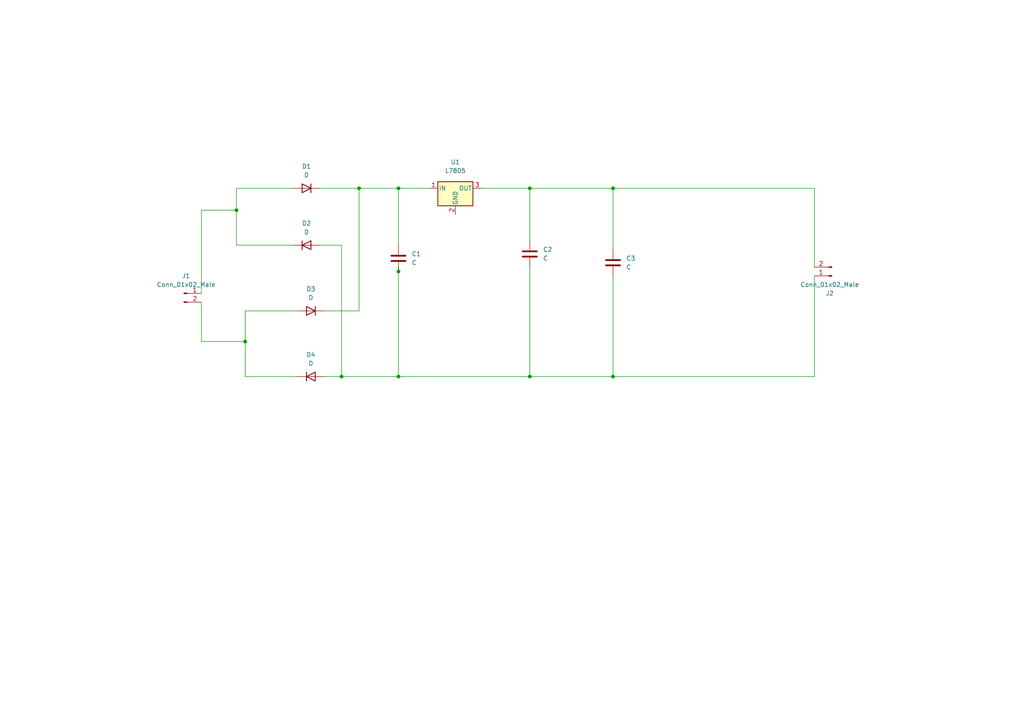
<source format=kicad_sch>
(kicad_sch (version 20211123) (generator eeschema)

  (uuid 192111be-efc4-4884-aab9-8618387f367e)

  (paper "A4")

  (lib_symbols
    (symbol "Connector:Conn_01x02_Male" (pin_names (offset 1.016) hide) (in_bom yes) (on_board yes)
      (property "Reference" "J" (id 0) (at 0 2.54 0)
        (effects (font (size 1.27 1.27)))
      )
      (property "Value" "Conn_01x02_Male" (id 1) (at 0 -5.08 0)
        (effects (font (size 1.27 1.27)))
      )
      (property "Footprint" "" (id 2) (at 0 0 0)
        (effects (font (size 1.27 1.27)) hide)
      )
      (property "Datasheet" "~" (id 3) (at 0 0 0)
        (effects (font (size 1.27 1.27)) hide)
      )
      (property "ki_keywords" "connector" (id 4) (at 0 0 0)
        (effects (font (size 1.27 1.27)) hide)
      )
      (property "ki_description" "Generic connector, single row, 01x02, script generated (kicad-library-utils/schlib/autogen/connector/)" (id 5) (at 0 0 0)
        (effects (font (size 1.27 1.27)) hide)
      )
      (property "ki_fp_filters" "Connector*:*_1x??_*" (id 6) (at 0 0 0)
        (effects (font (size 1.27 1.27)) hide)
      )
      (symbol "Conn_01x02_Male_1_1"
        (polyline
          (pts
            (xy 1.27 -2.54)
            (xy 0.8636 -2.54)
          )
          (stroke (width 0.1524) (type default) (color 0 0 0 0))
          (fill (type none))
        )
        (polyline
          (pts
            (xy 1.27 0)
            (xy 0.8636 0)
          )
          (stroke (width 0.1524) (type default) (color 0 0 0 0))
          (fill (type none))
        )
        (rectangle (start 0.8636 -2.413) (end 0 -2.667)
          (stroke (width 0.1524) (type default) (color 0 0 0 0))
          (fill (type outline))
        )
        (rectangle (start 0.8636 0.127) (end 0 -0.127)
          (stroke (width 0.1524) (type default) (color 0 0 0 0))
          (fill (type outline))
        )
        (pin passive line (at 5.08 0 180) (length 3.81)
          (name "Pin_1" (effects (font (size 1.27 1.27))))
          (number "1" (effects (font (size 1.27 1.27))))
        )
        (pin passive line (at 5.08 -2.54 180) (length 3.81)
          (name "Pin_2" (effects (font (size 1.27 1.27))))
          (number "2" (effects (font (size 1.27 1.27))))
        )
      )
    )
    (symbol "Device:C" (pin_numbers hide) (pin_names (offset 0.254)) (in_bom yes) (on_board yes)
      (property "Reference" "C" (id 0) (at 0.635 2.54 0)
        (effects (font (size 1.27 1.27)) (justify left))
      )
      (property "Value" "C" (id 1) (at 0.635 -2.54 0)
        (effects (font (size 1.27 1.27)) (justify left))
      )
      (property "Footprint" "" (id 2) (at 0.9652 -3.81 0)
        (effects (font (size 1.27 1.27)) hide)
      )
      (property "Datasheet" "~" (id 3) (at 0 0 0)
        (effects (font (size 1.27 1.27)) hide)
      )
      (property "ki_keywords" "cap capacitor" (id 4) (at 0 0 0)
        (effects (font (size 1.27 1.27)) hide)
      )
      (property "ki_description" "Unpolarized capacitor" (id 5) (at 0 0 0)
        (effects (font (size 1.27 1.27)) hide)
      )
      (property "ki_fp_filters" "C_*" (id 6) (at 0 0 0)
        (effects (font (size 1.27 1.27)) hide)
      )
      (symbol "C_0_1"
        (polyline
          (pts
            (xy -2.032 -0.762)
            (xy 2.032 -0.762)
          )
          (stroke (width 0.508) (type default) (color 0 0 0 0))
          (fill (type none))
        )
        (polyline
          (pts
            (xy -2.032 0.762)
            (xy 2.032 0.762)
          )
          (stroke (width 0.508) (type default) (color 0 0 0 0))
          (fill (type none))
        )
      )
      (symbol "C_1_1"
        (pin passive line (at 0 3.81 270) (length 2.794)
          (name "~" (effects (font (size 1.27 1.27))))
          (number "1" (effects (font (size 1.27 1.27))))
        )
        (pin passive line (at 0 -3.81 90) (length 2.794)
          (name "~" (effects (font (size 1.27 1.27))))
          (number "2" (effects (font (size 1.27 1.27))))
        )
      )
    )
    (symbol "Device:D" (pin_numbers hide) (pin_names (offset 1.016) hide) (in_bom yes) (on_board yes)
      (property "Reference" "D" (id 0) (at 0 2.54 0)
        (effects (font (size 1.27 1.27)))
      )
      (property "Value" "D" (id 1) (at 0 -2.54 0)
        (effects (font (size 1.27 1.27)))
      )
      (property "Footprint" "" (id 2) (at 0 0 0)
        (effects (font (size 1.27 1.27)) hide)
      )
      (property "Datasheet" "~" (id 3) (at 0 0 0)
        (effects (font (size 1.27 1.27)) hide)
      )
      (property "ki_keywords" "diode" (id 4) (at 0 0 0)
        (effects (font (size 1.27 1.27)) hide)
      )
      (property "ki_description" "Diode" (id 5) (at 0 0 0)
        (effects (font (size 1.27 1.27)) hide)
      )
      (property "ki_fp_filters" "TO-???* *_Diode_* *SingleDiode* D_*" (id 6) (at 0 0 0)
        (effects (font (size 1.27 1.27)) hide)
      )
      (symbol "D_0_1"
        (polyline
          (pts
            (xy -1.27 1.27)
            (xy -1.27 -1.27)
          )
          (stroke (width 0.254) (type default) (color 0 0 0 0))
          (fill (type none))
        )
        (polyline
          (pts
            (xy 1.27 0)
            (xy -1.27 0)
          )
          (stroke (width 0) (type default) (color 0 0 0 0))
          (fill (type none))
        )
        (polyline
          (pts
            (xy 1.27 1.27)
            (xy 1.27 -1.27)
            (xy -1.27 0)
            (xy 1.27 1.27)
          )
          (stroke (width 0.254) (type default) (color 0 0 0 0))
          (fill (type none))
        )
      )
      (symbol "D_1_1"
        (pin passive line (at -3.81 0 0) (length 2.54)
          (name "K" (effects (font (size 1.27 1.27))))
          (number "1" (effects (font (size 1.27 1.27))))
        )
        (pin passive line (at 3.81 0 180) (length 2.54)
          (name "A" (effects (font (size 1.27 1.27))))
          (number "2" (effects (font (size 1.27 1.27))))
        )
      )
    )
    (symbol "Regulator_Linear:L7805" (pin_names (offset 0.254)) (in_bom yes) (on_board yes)
      (property "Reference" "U" (id 0) (at -3.81 3.175 0)
        (effects (font (size 1.27 1.27)))
      )
      (property "Value" "L7805" (id 1) (at 0 3.175 0)
        (effects (font (size 1.27 1.27)) (justify left))
      )
      (property "Footprint" "" (id 2) (at 0.635 -3.81 0)
        (effects (font (size 1.27 1.27) italic) (justify left) hide)
      )
      (property "Datasheet" "http://www.st.com/content/ccc/resource/technical/document/datasheet/41/4f/b3/b0/12/d4/47/88/CD00000444.pdf/files/CD00000444.pdf/jcr:content/translations/en.CD00000444.pdf" (id 3) (at 0 -1.27 0)
        (effects (font (size 1.27 1.27)) hide)
      )
      (property "ki_keywords" "Voltage Regulator 1.5A Positive" (id 4) (at 0 0 0)
        (effects (font (size 1.27 1.27)) hide)
      )
      (property "ki_description" "Positive 1.5A 35V Linear Regulator, Fixed Output 5V, TO-220/TO-263/TO-252" (id 5) (at 0 0 0)
        (effects (font (size 1.27 1.27)) hide)
      )
      (property "ki_fp_filters" "TO?252* TO?263* TO?220*" (id 6) (at 0 0 0)
        (effects (font (size 1.27 1.27)) hide)
      )
      (symbol "L7805_0_1"
        (rectangle (start -5.08 1.905) (end 5.08 -5.08)
          (stroke (width 0.254) (type default) (color 0 0 0 0))
          (fill (type background))
        )
      )
      (symbol "L7805_1_1"
        (pin power_in line (at -7.62 0 0) (length 2.54)
          (name "IN" (effects (font (size 1.27 1.27))))
          (number "1" (effects (font (size 1.27 1.27))))
        )
        (pin power_in line (at 0 -7.62 90) (length 2.54)
          (name "GND" (effects (font (size 1.27 1.27))))
          (number "2" (effects (font (size 1.27 1.27))))
        )
        (pin power_out line (at 7.62 0 180) (length 2.54)
          (name "OUT" (effects (font (size 1.27 1.27))))
          (number "3" (effects (font (size 1.27 1.27))))
        )
      )
    )
  )

  (junction (at 99.06 109.22) (diameter 0) (color 0 0 0 0)
    (uuid 41efe625-30c2-4c4a-8a6c-5633bcf099f2)
  )
  (junction (at 115.57 78.74) (diameter 0) (color 0 0 0 0)
    (uuid 46ba2958-721a-468f-a23b-0d558f1fa565)
  )
  (junction (at 71.12 99.06) (diameter 0) (color 0 0 0 0)
    (uuid 6f46e92b-0fc6-46d5-8163-59d6c27d27a4)
  )
  (junction (at 115.57 54.61) (diameter 0) (color 0 0 0 0)
    (uuid 76a31939-60c5-4d3d-8372-0edf42081d55)
  )
  (junction (at 104.14 54.61) (diameter 0) (color 0 0 0 0)
    (uuid 9517335d-a825-4784-9dff-57858a85bdf3)
  )
  (junction (at 177.8 109.22) (diameter 0) (color 0 0 0 0)
    (uuid 9bcc1f01-1c6a-40d1-ab8f-5c83ebe07c23)
  )
  (junction (at 153.67 54.61) (diameter 0) (color 0 0 0 0)
    (uuid a1f784b0-4c42-4626-86d7-c66c09c90136)
  )
  (junction (at 115.57 109.22) (diameter 0) (color 0 0 0 0)
    (uuid a6d434e4-9c87-44ef-9fb5-b19dfeccca60)
  )
  (junction (at 68.58 60.96) (diameter 0) (color 0 0 0 0)
    (uuid aacc2303-c431-43d4-a976-ef40744b1c83)
  )
  (junction (at 153.67 109.22) (diameter 0) (color 0 0 0 0)
    (uuid d0d02691-1de4-4c7c-b2fe-5c3ec081c3c3)
  )
  (junction (at 177.8 54.61) (diameter 0) (color 0 0 0 0)
    (uuid ed36d356-0f41-4ecb-9ff1-9cadd5d05dc2)
  )

  (wire (pts (xy 236.22 77.47) (xy 236.22 54.61))
    (stroke (width 0) (type default) (color 0 0 0 0))
    (uuid 0470f85d-ac17-4980-ac1e-30cf52efe075)
  )
  (wire (pts (xy 153.67 54.61) (xy 153.67 69.85))
    (stroke (width 0) (type default) (color 0 0 0 0))
    (uuid 223f1ed3-cef5-4da1-9498-a82908afc241)
  )
  (wire (pts (xy 71.12 99.06) (xy 71.12 90.17))
    (stroke (width 0) (type default) (color 0 0 0 0))
    (uuid 26ea36d8-251e-45d8-9e70-3ee526ea12ea)
  )
  (wire (pts (xy 153.67 77.47) (xy 153.67 109.22))
    (stroke (width 0) (type default) (color 0 0 0 0))
    (uuid 36eb271d-45d7-4600-a3ae-22ea5e629725)
  )
  (wire (pts (xy 115.57 77.47) (xy 115.57 78.74))
    (stroke (width 0) (type default) (color 0 0 0 0))
    (uuid 392b2efa-2a54-4de6-aeb3-6ea217bb7640)
  )
  (wire (pts (xy 104.14 54.61) (xy 115.57 54.61))
    (stroke (width 0) (type default) (color 0 0 0 0))
    (uuid 3e3c5f3f-e2bc-4ea3-aa66-5315c0dca7a3)
  )
  (wire (pts (xy 92.71 71.12) (xy 99.06 71.12))
    (stroke (width 0) (type default) (color 0 0 0 0))
    (uuid 40a1b992-2987-4478-90a4-8bc24b2f9163)
  )
  (wire (pts (xy 115.57 78.74) (xy 115.57 109.22))
    (stroke (width 0) (type default) (color 0 0 0 0))
    (uuid 4d9bb2d8-1fbe-4642-b6d9-b8c67f581ee9)
  )
  (wire (pts (xy 236.22 109.22) (xy 236.22 80.01))
    (stroke (width 0) (type default) (color 0 0 0 0))
    (uuid 533adf65-9613-4e4b-b9be-13b1e73c26ec)
  )
  (wire (pts (xy 153.67 54.61) (xy 139.7 54.61))
    (stroke (width 0) (type default) (color 0 0 0 0))
    (uuid 6210a7ff-9eb3-4e4c-ad4c-954b350555b4)
  )
  (wire (pts (xy 115.57 71.12) (xy 115.57 54.61))
    (stroke (width 0) (type default) (color 0 0 0 0))
    (uuid 624278bc-6e4a-47ca-9896-8b6d93a914bc)
  )
  (wire (pts (xy 115.57 54.61) (xy 124.46 54.61))
    (stroke (width 0) (type default) (color 0 0 0 0))
    (uuid 63e49557-9eff-41fe-b02a-85916d0b3a8e)
  )
  (wire (pts (xy 177.8 54.61) (xy 153.67 54.61))
    (stroke (width 0) (type default) (color 0 0 0 0))
    (uuid 693078e3-9bc2-4934-918a-7aeecad13284)
  )
  (wire (pts (xy 92.71 54.61) (xy 104.14 54.61))
    (stroke (width 0) (type default) (color 0 0 0 0))
    (uuid 71bd24f8-11ef-45b1-9b7a-cfafbc62b5a9)
  )
  (wire (pts (xy 115.57 109.22) (xy 153.67 109.22))
    (stroke (width 0) (type default) (color 0 0 0 0))
    (uuid 7f139fa5-018a-4c12-a4c2-f46595b20c54)
  )
  (wire (pts (xy 71.12 90.17) (xy 86.36 90.17))
    (stroke (width 0) (type default) (color 0 0 0 0))
    (uuid 803a38a1-d5f6-4a20-ac56-ce3b39d8d122)
  )
  (wire (pts (xy 58.42 99.06) (xy 71.12 99.06))
    (stroke (width 0) (type default) (color 0 0 0 0))
    (uuid 81ef441c-71b0-41fa-8c43-4cee0dee3ce8)
  )
  (wire (pts (xy 104.14 54.61) (xy 104.14 90.17))
    (stroke (width 0) (type default) (color 0 0 0 0))
    (uuid 8d41da8e-6d9e-443f-be2e-8f2d050da9fb)
  )
  (wire (pts (xy 153.67 109.22) (xy 177.8 109.22))
    (stroke (width 0) (type default) (color 0 0 0 0))
    (uuid 972509ed-08e0-417e-9d4c-3af2d69c3208)
  )
  (wire (pts (xy 236.22 54.61) (xy 177.8 54.61))
    (stroke (width 0) (type default) (color 0 0 0 0))
    (uuid 9df048d9-5aa1-4dbb-8a90-69a7a6b870a6)
  )
  (wire (pts (xy 68.58 54.61) (xy 85.09 54.61))
    (stroke (width 0) (type default) (color 0 0 0 0))
    (uuid 9f40f4a5-b551-46f5-be94-eb3939f65d05)
  )
  (wire (pts (xy 71.12 109.22) (xy 86.36 109.22))
    (stroke (width 0) (type default) (color 0 0 0 0))
    (uuid a2dcd809-7ad8-4262-9fae-5888098a0acf)
  )
  (wire (pts (xy 71.12 99.06) (xy 71.12 109.22))
    (stroke (width 0) (type default) (color 0 0 0 0))
    (uuid a74006af-d974-468d-997a-e47a83fc9ce7)
  )
  (wire (pts (xy 177.8 54.61) (xy 177.8 72.39))
    (stroke (width 0) (type default) (color 0 0 0 0))
    (uuid ae188556-73ae-4966-8815-7284e6538338)
  )
  (wire (pts (xy 93.98 90.17) (xy 104.14 90.17))
    (stroke (width 0) (type default) (color 0 0 0 0))
    (uuid aeee845f-f33e-41ca-99e7-4be0210809f2)
  )
  (wire (pts (xy 68.58 60.96) (xy 68.58 71.12))
    (stroke (width 0) (type default) (color 0 0 0 0))
    (uuid b3b3888f-0113-4ab6-874a-febb4c880059)
  )
  (wire (pts (xy 99.06 109.22) (xy 115.57 109.22))
    (stroke (width 0) (type default) (color 0 0 0 0))
    (uuid c06d05e1-ca92-4c22-9f38-48c3d1c00e5d)
  )
  (wire (pts (xy 93.98 109.22) (xy 99.06 109.22))
    (stroke (width 0) (type default) (color 0 0 0 0))
    (uuid c25030bb-823e-4ab0-80cd-b13d0be4cd35)
  )
  (wire (pts (xy 58.42 87.63) (xy 58.42 99.06))
    (stroke (width 0) (type default) (color 0 0 0 0))
    (uuid c3c9b42e-eef7-43b0-95af-ba35c023ef6a)
  )
  (wire (pts (xy 68.58 71.12) (xy 85.09 71.12))
    (stroke (width 0) (type default) (color 0 0 0 0))
    (uuid c6c04c47-9290-482d-951e-b4f86b70e0ec)
  )
  (wire (pts (xy 58.42 85.09) (xy 58.42 60.96))
    (stroke (width 0) (type default) (color 0 0 0 0))
    (uuid d3519201-1b97-4d5d-a910-b740333195ab)
  )
  (wire (pts (xy 99.06 71.12) (xy 99.06 109.22))
    (stroke (width 0) (type default) (color 0 0 0 0))
    (uuid e11f2b70-bf63-48ff-a554-ab102918d39c)
  )
  (wire (pts (xy 177.8 109.22) (xy 236.22 109.22))
    (stroke (width 0) (type default) (color 0 0 0 0))
    (uuid e8ca0d67-0e1b-474d-bba3-fdcf0068b5d4)
  )
  (wire (pts (xy 58.42 60.96) (xy 68.58 60.96))
    (stroke (width 0) (type default) (color 0 0 0 0))
    (uuid f15b4f0c-b83f-4a2b-8493-3dc7d6243f7e)
  )
  (wire (pts (xy 68.58 60.96) (xy 68.58 54.61))
    (stroke (width 0) (type default) (color 0 0 0 0))
    (uuid f15f55be-7a64-4024-a231-4dced50b8d9d)
  )
  (wire (pts (xy 177.8 80.01) (xy 177.8 109.22))
    (stroke (width 0) (type default) (color 0 0 0 0))
    (uuid fb84fabb-97ae-4aa1-ba85-acf8d39ea3c9)
  )

  (symbol (lib_id "Device:D") (at 88.9 71.12 0) (unit 1)
    (in_bom yes) (on_board yes) (fields_autoplaced)
    (uuid 06e3cb6a-d3c9-4880-b4c0-401ab9dcd8e8)
    (property "Reference" "D2" (id 0) (at 88.9 64.77 0))
    (property "Value" "D" (id 1) (at 88.9 67.31 0))
    (property "Footprint" "Diode_THT:D_5W_P10.16mm_Horizontal" (id 2) (at 88.9 71.12 0)
      (effects (font (size 1.27 1.27)) hide)
    )
    (property "Datasheet" "~" (id 3) (at 88.9 71.12 0)
      (effects (font (size 1.27 1.27)) hide)
    )
    (pin "1" (uuid 3db8b770-b1db-4771-9648-b3dabfde6212))
    (pin "2" (uuid 010bd9c3-379a-48f9-ba5c-3c7f9d1ae5ab))
  )

  (symbol (lib_id "Device:D") (at 90.17 109.22 0) (unit 1)
    (in_bom yes) (on_board yes) (fields_autoplaced)
    (uuid 13667c6d-814b-4516-afff-ff4672e06f06)
    (property "Reference" "D4" (id 0) (at 90.17 102.87 0))
    (property "Value" "D" (id 1) (at 90.17 105.41 0))
    (property "Footprint" "Diode_THT:D_5W_P10.16mm_Horizontal" (id 2) (at 90.17 109.22 0)
      (effects (font (size 1.27 1.27)) hide)
    )
    (property "Datasheet" "~" (id 3) (at 90.17 109.22 0)
      (effects (font (size 1.27 1.27)) hide)
    )
    (pin "1" (uuid 981dd48f-dbcc-42cd-ab0e-6855ff7579cc))
    (pin "2" (uuid e123f176-792e-47f6-ad23-0ca5378ee9e9))
  )

  (symbol (lib_id "Device:D") (at 90.17 90.17 180) (unit 1)
    (in_bom yes) (on_board yes) (fields_autoplaced)
    (uuid 322eb616-e658-4ad2-998b-b1078ec178a4)
    (property "Reference" "D3" (id 0) (at 90.17 83.82 0))
    (property "Value" "D" (id 1) (at 90.17 86.36 0))
    (property "Footprint" "Diode_THT:D_5W_P10.16mm_Horizontal" (id 2) (at 90.17 90.17 0)
      (effects (font (size 1.27 1.27)) hide)
    )
    (property "Datasheet" "~" (id 3) (at 90.17 90.17 0)
      (effects (font (size 1.27 1.27)) hide)
    )
    (pin "1" (uuid 38c59ddc-5a9f-4ecf-a968-4ab19c24353a))
    (pin "2" (uuid 6994aa0d-8754-4803-9f8f-7610ab56e3af))
  )

  (symbol (lib_id "Device:C") (at 115.57 74.93 0) (unit 1)
    (in_bom yes) (on_board yes) (fields_autoplaced)
    (uuid 4cb5fafc-1722-48e6-bb17-06d3a428e31c)
    (property "Reference" "C1" (id 0) (at 119.38 73.6599 0)
      (effects (font (size 1.27 1.27)) (justify left))
    )
    (property "Value" "C" (id 1) (at 119.38 76.1999 0)
      (effects (font (size 1.27 1.27)) (justify left))
    )
    (property "Footprint" "Capacitor_THT:CP_Radial_D10.0mm_P5.00mm" (id 2) (at 116.5352 78.74 0)
      (effects (font (size 1.27 1.27)) hide)
    )
    (property "Datasheet" "~" (id 3) (at 115.57 74.93 0)
      (effects (font (size 1.27 1.27)) hide)
    )
    (pin "1" (uuid 8faf22dc-f0f8-4ad6-b41a-57726394b4e2))
    (pin "2" (uuid cea7df39-1ad3-4b2d-a7ef-0610bf207cbb))
  )

  (symbol (lib_id "Connector:Conn_01x02_Male") (at 241.3 80.01 180) (unit 1)
    (in_bom yes) (on_board yes)
    (uuid 57442dba-e06b-4314-a7a1-e6b319ef9285)
    (property "Reference" "J2" (id 0) (at 240.665 85.09 0))
    (property "Value" "Conn_01x02_Male" (id 1) (at 240.665 82.55 0))
    (property "Footprint" "TerminalBlock:TerminalBlock_bornier-2_P5.08mm" (id 2) (at 241.3 80.01 0)
      (effects (font (size 1.27 1.27)) hide)
    )
    (property "Datasheet" "~" (id 3) (at 241.3 80.01 0)
      (effects (font (size 1.27 1.27)) hide)
    )
    (pin "1" (uuid 9cf22192-5494-4877-a515-69792c166eea))
    (pin "2" (uuid 08ff89e6-513a-4d55-96c9-9f301135e703))
  )

  (symbol (lib_id "Connector:Conn_01x02_Male") (at 53.34 85.09 0) (unit 1)
    (in_bom yes) (on_board yes) (fields_autoplaced)
    (uuid 5bcde3fc-896c-4dce-add5-f53f6304bc5f)
    (property "Reference" "J1" (id 0) (at 53.975 80.01 0))
    (property "Value" "Conn_01x02_Male" (id 1) (at 53.975 82.55 0))
    (property "Footprint" "TerminalBlock:TerminalBlock_bornier-2_P5.08mm" (id 2) (at 53.34 85.09 0)
      (effects (font (size 1.27 1.27)) hide)
    )
    (property "Datasheet" "~" (id 3) (at 53.34 85.09 0)
      (effects (font (size 1.27 1.27)) hide)
    )
    (pin "1" (uuid 110f7df7-cf5a-4b8b-b00c-e0797fb8054e))
    (pin "2" (uuid ac2c790d-0a1f-4fea-b6cc-0ef3484da0c6))
  )

  (symbol (lib_id "Device:C") (at 153.67 73.66 0) (unit 1)
    (in_bom yes) (on_board yes) (fields_autoplaced)
    (uuid 5fe5a574-6c24-4659-90b5-247d9841b6e2)
    (property "Reference" "C2" (id 0) (at 157.48 72.3899 0)
      (effects (font (size 1.27 1.27)) (justify left))
    )
    (property "Value" "C" (id 1) (at 157.48 74.9299 0)
      (effects (font (size 1.27 1.27)) (justify left))
    )
    (property "Footprint" "Capacitor_THT:CP_Radial_D8.0mm_P3.50mm" (id 2) (at 154.6352 77.47 0)
      (effects (font (size 1.27 1.27)) hide)
    )
    (property "Datasheet" "~" (id 3) (at 153.67 73.66 0)
      (effects (font (size 1.27 1.27)) hide)
    )
    (pin "1" (uuid 34cbc12d-db38-4761-8b6d-e7a4b5203494))
    (pin "2" (uuid 7681f174-c0b6-4153-bb81-42f4ee7cc27f))
  )

  (symbol (lib_id "Regulator_Linear:L7805") (at 132.08 54.61 0) (unit 1)
    (in_bom yes) (on_board yes) (fields_autoplaced)
    (uuid 6d86d389-0aa3-43e4-b91f-de0af25a1c01)
    (property "Reference" "U1" (id 0) (at 132.08 46.99 0))
    (property "Value" "L7805" (id 1) (at 132.08 49.53 0))
    (property "Footprint" "Package_TO_SOT_THT:TO-220-3_Horizontal_TabDown" (id 2) (at 132.715 58.42 0)
      (effects (font (size 1.27 1.27) italic) (justify left) hide)
    )
    (property "Datasheet" "http://www.st.com/content/ccc/resource/technical/document/datasheet/41/4f/b3/b0/12/d4/47/88/CD00000444.pdf/files/CD00000444.pdf/jcr:content/translations/en.CD00000444.pdf" (id 3) (at 132.08 55.88 0)
      (effects (font (size 1.27 1.27)) hide)
    )
    (pin "1" (uuid 50a71211-ca45-4e61-8ae6-587d52fb01f4))
    (pin "2" (uuid 81168b20-94c2-410c-b99e-107a86080327))
    (pin "3" (uuid 6053ca16-e903-450c-aca8-c3102dfa5d16))
  )

  (symbol (lib_id "Device:C") (at 177.8 76.2 0) (unit 1)
    (in_bom yes) (on_board yes) (fields_autoplaced)
    (uuid b1c914fb-fc13-40b0-905e-6edd8b9a31c7)
    (property "Reference" "C3" (id 0) (at 181.61 74.9299 0)
      (effects (font (size 1.27 1.27)) (justify left))
    )
    (property "Value" "C" (id 1) (at 181.61 77.4699 0)
      (effects (font (size 1.27 1.27)) (justify left))
    )
    (property "Footprint" "Capacitor_THT:C_Disc_D5.0mm_W2.5mm_P5.00mm" (id 2) (at 178.7652 80.01 0)
      (effects (font (size 1.27 1.27)) hide)
    )
    (property "Datasheet" "~" (id 3) (at 177.8 76.2 0)
      (effects (font (size 1.27 1.27)) hide)
    )
    (pin "1" (uuid 8b22093e-6546-49ee-8b3f-8870995b7a9e))
    (pin "2" (uuid 49420ff0-86d0-4f6e-833a-bdff9eb4b2dc))
  )

  (symbol (lib_id "Device:D") (at 88.9 54.61 180) (unit 1)
    (in_bom yes) (on_board yes) (fields_autoplaced)
    (uuid db66b0a1-df7e-47db-9819-5453d800b582)
    (property "Reference" "D1" (id 0) (at 88.9 48.26 0))
    (property "Value" "D" (id 1) (at 88.9 50.8 0))
    (property "Footprint" "Diode_THT:D_5W_P10.16mm_Horizontal" (id 2) (at 88.9 54.61 0)
      (effects (font (size 1.27 1.27)) hide)
    )
    (property "Datasheet" "~" (id 3) (at 88.9 54.61 0)
      (effects (font (size 1.27 1.27)) hide)
    )
    (pin "1" (uuid 5421d55a-9e0e-4826-a113-b319bf4dc4bd))
    (pin "2" (uuid 83acd6cd-aab3-4ac4-a9b9-74cb37bf1077))
  )

  (sheet_instances
    (path "/" (page "1"))
  )

  (symbol_instances
    (path "/4cb5fafc-1722-48e6-bb17-06d3a428e31c"
      (reference "C1") (unit 1) (value "C") (footprint "Capacitor_THT:CP_Radial_D10.0mm_P5.00mm")
    )
    (path "/5fe5a574-6c24-4659-90b5-247d9841b6e2"
      (reference "C2") (unit 1) (value "C") (footprint "Capacitor_THT:CP_Radial_D8.0mm_P3.50mm")
    )
    (path "/b1c914fb-fc13-40b0-905e-6edd8b9a31c7"
      (reference "C3") (unit 1) (value "C") (footprint "Capacitor_THT:C_Disc_D5.0mm_W2.5mm_P5.00mm")
    )
    (path "/db66b0a1-df7e-47db-9819-5453d800b582"
      (reference "D1") (unit 1) (value "D") (footprint "Diode_THT:D_5W_P10.16mm_Horizontal")
    )
    (path "/06e3cb6a-d3c9-4880-b4c0-401ab9dcd8e8"
      (reference "D2") (unit 1) (value "D") (footprint "Diode_THT:D_5W_P10.16mm_Horizontal")
    )
    (path "/322eb616-e658-4ad2-998b-b1078ec178a4"
      (reference "D3") (unit 1) (value "D") (footprint "Diode_THT:D_5W_P10.16mm_Horizontal")
    )
    (path "/13667c6d-814b-4516-afff-ff4672e06f06"
      (reference "D4") (unit 1) (value "D") (footprint "Diode_THT:D_5W_P10.16mm_Horizontal")
    )
    (path "/5bcde3fc-896c-4dce-add5-f53f6304bc5f"
      (reference "J1") (unit 1) (value "Conn_01x02_Male") (footprint "TerminalBlock:TerminalBlock_bornier-2_P5.08mm")
    )
    (path "/57442dba-e06b-4314-a7a1-e6b319ef9285"
      (reference "J2") (unit 1) (value "Conn_01x02_Male") (footprint "TerminalBlock:TerminalBlock_bornier-2_P5.08mm")
    )
    (path "/6d86d389-0aa3-43e4-b91f-de0af25a1c01"
      (reference "U1") (unit 1) (value "L7805") (footprint "Package_TO_SOT_THT:TO-220-3_Horizontal_TabDown")
    )
  )
)

</source>
